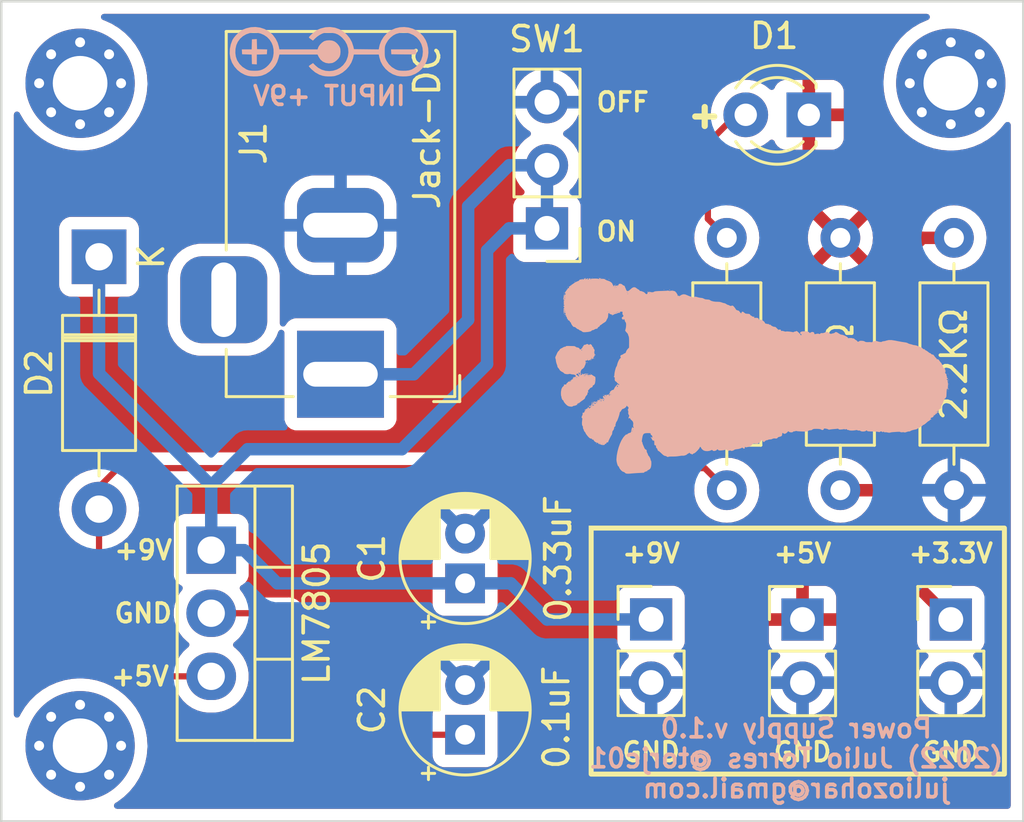
<source format=kicad_pcb>
(kicad_pcb (version 20211014) (generator pcbnew)
  (layers (0 "F.Cu" signal) (31 "B.Cu" signal) (34 "B.Paste" user) (35 "F.Paste" user) (36 "B.SilkS" user "B.Silkscreen") (37 "F.SilkS" user "F.Silkscreen") (38 "B.Mask" user) (39 "F.Mask" user) (44 "Edge.Cuts" user))
  (net 0 "")
  (net 1 "+9V")
  (net 2 "GND")
  (net 3 "Net-(C2-Pad1)")
  (net 4 "Net-(D1-Pad2)")
  (net 5 "+5V")
  (net 6 "+3.3V")
  (net 7 "Net-(D2-Pad2)")
  (footprint "Connector_BarrelJack:BarrelJack_Horizontal" (layer "F.Cu") (at 107.6375 101.631 -90)
    (fp_text reference "J1" (at -9.302 3.4975 90) (layer "F.SilkS"))
    (fp_text value "Jack-DC" (at -9.937 -3.4875 90) (layer "F.SilkS"))
    (pad "1" thru_hole rect (at 0 0 270) (size 3.5 3.5) (drill oval 1 3) (layers *.Cu *.Mask) (net 1 "+9V"))
    (pad "2" thru_hole roundrect (at -6 0 270) (size 3 3.5) (drill oval 1 3) (layers *.Cu *.Mask) (net 2 "GND"))
    (pad "3" thru_hole roundrect (at -3 4.7 270) (size 3.5 3.5) (drill oval 3 1) (layers *.Cu *.Mask))
  )
  (footprint "Connector_PinHeader_2.54mm:PinHeader_1x02_P2.54mm_Vertical" (layer "F.Cu") (at 132.207 111.506)
    (fp_text reference "J4" hide)
    (fp_text value "Conn_01x02_Female" hide)
    (pad "1" thru_hole rect (at 0 0) (size 1.7 1.7) (drill 1) (layers *.Cu *.Mask) (net 6 "+3.3V"))
    (pad "2" thru_hole oval (at 0 2.54) (size 1.7 1.7) (drill 1) (layers *.Cu *.Mask) (net 2 "GND"))
  )
  (footprint "Resistor_THT:R_Axial_DIN0207_L6.3mm_D2.5mm_P10.16mm_Horizontal" (layer "F.Cu") (at 132.334 96.139 -90)
    (fp_text reference "R3" (at 5.08 2.286 90) (layer "F.SilkS"))
    (fp_text value "2.2KΩ" (at 5.08 0 90) (layer "F.SilkS"))
    (pad "1" thru_hole circle (at 0 0 270) (size 1.6 1.6) (drill 0.8) (layers *.Cu *.Mask) (net 6 "+3.3V"))
    (pad "2" thru_hole oval (at 10.16 0 270) (size 1.6 1.6) (drill 0.8) (layers *.Cu *.Mask) (net 2 "GND"))
  )
  (footprint "MountingHole:MountingHole_2.2mm_M2_Pad_Via" (layer "F.Cu") (at 97.155 89.916)
    (fp_text reference "H1" hide)
    (fp_text value "MountingHole" hide)
    (pad "1" thru_hole circle (at 1.166726 1.166726) (size 0.7 0.7) (drill 0.4) (layers *.Cu *.Mask))
    (pad "1" thru_hole circle (at -1.166726 1.166726) (size 0.7 0.7) (drill 0.4) (layers *.Cu *.Mask))
    (pad "1" thru_hole circle (at -1.166726 -1.166726) (size 0.7 0.7) (drill 0.4) (layers *.Cu *.Mask))
    (pad "1" thru_hole circle (at 1.166726 -1.166726) (size 0.7 0.7) (drill 0.4) (layers *.Cu *.Mask))
    (pad "1" thru_hole circle (at 0 -1.65) (size 0.7 0.7) (drill 0.4) (layers *.Cu *.Mask))
    (pad "1" thru_hole circle (at 1.65 0) (size 0.7 0.7) (drill 0.4) (layers *.Cu *.Mask))
    (pad "1" thru_hole circle (at -1.65 0) (size 0.7 0.7) (drill 0.4) (layers *.Cu *.Mask))
    (pad "1" thru_hole circle (at 0 0) (size 4.4 4.4) (drill 2.2) (layers *.Cu *.Mask))
    (pad "1" thru_hole circle (at 0 1.65) (size 0.7 0.7) (drill 0.4) (layers *.Cu *.Mask))
  )
  (footprint "Package_TO_SOT_THT:TO-220-3_Vertical" (layer "F.Cu") (at 102.433 108.712 -90)
    (fp_text reference "U1" hide)
    (fp_text value "LM7805" (at 2.54 -4.247 90) (layer "F.SilkS"))
    (pad "1" thru_hole rect (at 0 0 270) (size 1.905 2) (drill 1.1) (layers *.Cu *.Mask) (net 1 "+9V"))
    (pad "2" thru_hole oval (at 2.54 0 270) (size 1.905 2) (drill 1.1) (layers *.Cu *.Mask) (net 3 "Net-(C2-Pad1)"))
    (pad "3" thru_hole oval (at 5.08 0 270) (size 1.905 2) (drill 1.1) (layers *.Cu *.Mask) (net 7 "Net-(D2-Pad2)"))
  )
  (footprint "Capacitor_THT:CP_Radial_D5.0mm_P2.00mm" (layer "F.Cu") (at 112.654 110.048113 90)
    (fp_text reference "C1" (at 1 -3.75 90) (layer "F.SilkS"))
    (fp_text value "0.33uF" (at 1 3.75 90) (layer "F.SilkS"))
    (pad "1" thru_hole rect (at 0 0 90) (size 1.6 1.6) (drill 0.8) (layers *.Cu *.Mask) (net 1 "+9V"))
    (pad "2" thru_hole circle (at 2 0 90) (size 1.6 1.6) (drill 0.8) (layers *.Cu *.Mask) (net 2 "GND"))
  )
  (footprint "Connector_PinHeader_2.54mm:PinHeader_1x02_P2.54mm_Vertical" (layer "F.Cu") (at 126.238 111.506)
    (fp_text reference "J3" hide)
    (fp_text value "Conn_01x02_Female" hide)
    (pad "1" thru_hole rect (at 0 0) (size 1.7 1.7) (drill 1) (layers *.Cu *.Mask) (net 5 "+5V"))
    (pad "2" thru_hole oval (at 0 2.54) (size 1.7 1.7) (drill 1) (layers *.Cu *.Mask) (net 2 "GND"))
  )
  (footprint "MountingHole:MountingHole_2.2mm_M2_Pad_Via" (layer "F.Cu") (at 97.155 116.586)
    (fp_text reference "H3" hide)
    (fp_text value "MountingHole" hide)
    (pad "1" thru_hole circle (at 1.166726 1.166726) (size 0.7 0.7) (drill 0.4) (layers *.Cu *.Mask))
    (pad "1" thru_hole circle (at 1.65 0) (size 0.7 0.7) (drill 0.4) (layers *.Cu *.Mask))
    (pad "1" thru_hole circle (at 1.166726 -1.166726) (size 0.7 0.7) (drill 0.4) (layers *.Cu *.Mask))
    (pad "1" thru_hole circle (at -1.166726 1.166726) (size 0.7 0.7) (drill 0.4) (layers *.Cu *.Mask))
    (pad "1" thru_hole circle (at 0 -1.65) (size 0.7 0.7) (drill 0.4) (layers *.Cu *.Mask))
    (pad "1" thru_hole circle (at 0 1.65) (size 0.7 0.7) (drill 0.4) (layers *.Cu *.Mask))
    (pad "1" thru_hole circle (at 0 0) (size 4.4 4.4) (drill 2.2) (layers *.Cu *.Mask))
    (pad "1" thru_hole circle (at -1.166726 -1.166726) (size 0.7 0.7) (drill 0.4) (layers *.Cu *.Mask))
    (pad "1" thru_hole circle (at -1.65 0) (size 0.7 0.7) (drill 0.4) (layers *.Cu *.Mask))
  )
  (footprint "MountingHole:MountingHole_2.2mm_M2_Pad_Via" (layer "F.Cu") (at 132.207 89.916)
    (fp_text reference "H2" hide)
    (fp_text value "MountingHole" hide)
    (pad "1" thru_hole circle (at 1.166726 -1.166726) (size 0.7 0.7) (drill 0.4) (layers *.Cu *.Mask))
    (pad "1" thru_hole circle (at 0 0) (size 4.4 4.4) (drill 2.2) (layers *.Cu *.Mask))
    (pad "1" thru_hole circle (at -1.166726 -1.166726) (size 0.7 0.7) (drill 0.4) (layers *.Cu *.Mask))
    (pad "1" thru_hole circle (at 0 -1.65) (size 0.7 0.7) (drill 0.4) (layers *.Cu *.Mask))
    (pad "1" thru_hole circle (at 1.65 0) (size 0.7 0.7) (drill 0.4) (layers *.Cu *.Mask))
    (pad "1" thru_hole circle (at -1.166726 1.166726) (size 0.7 0.7) (drill 0.4) (layers *.Cu *.Mask))
    (pad "1" thru_hole circle (at -1.65 0) (size 0.7 0.7) (drill 0.4) (layers *.Cu *.Mask))
    (pad "1" thru_hole circle (at 1.166726 1.166726) (size 0.7 0.7) (drill 0.4) (layers *.Cu *.Mask))
    (pad "1" thru_hole circle (at 0 1.65) (size 0.7 0.7) (drill 0.4) (layers *.Cu *.Mask))
  )
  (footprint "Connector_PinHeader_2.54mm:PinHeader_1x03_P2.54mm_Vertical" (layer "F.Cu") (at 115.951 95.758 180)
    (fp_text reference "SW1" (at 0 7.62) (layer "F.SilkS"))
    (fp_text value "SW_SPDT" hide)
    (pad "1" thru_hole rect (at 0 0 180) (size 1.7 1.7) (drill 1) (layers *.Cu *.Mask) (net 1 "+9V"))
    (pad "2" thru_hole oval (at 0 2.54 180) (size 1.7 1.7) (drill 1) (layers *.Cu *.Mask) (net 1 "+9V"))
    (pad "3" thru_hole oval (at 0 5.08 180) (size 1.7 1.7) (drill 1) (layers *.Cu *.Mask) (net 2 "GND"))
  )
  (footprint "Connector_PinHeader_2.54mm:PinHeader_1x02_P2.54mm_Vertical" (layer "F.Cu") (at 120.142 111.501)
    (fp_text reference "J2" hide)
    (fp_text value "Conn_01x02_Female" hide)
    (pad "1" thru_hole rect (at 0 0) (size 1.7 1.7) (drill 1) (layers *.Cu *.Mask) (net 1 "+9V"))
    (pad "2" thru_hole oval (at 0 2.54) (size 1.7 1.7) (drill 1) (layers *.Cu *.Mask) (net 2 "GND"))
  )
  (footprint "Resistor_THT:R_Axial_DIN0207_L6.3mm_D2.5mm_P10.16mm_Horizontal" (layer "F.Cu") (at 123.19 106.299 90)
    (fp_text reference "R1" (at 5.08 -2.37 90) (layer "F.SilkS"))
    (fp_text value "220Ω" (at 5.08 0 90) (layer "F.SilkS"))
    (pad "1" thru_hole circle (at 0 0 90) (size 1.6 1.6) (drill 0.8) (layers *.Cu *.Mask) (net 7 "Net-(D2-Pad2)"))
    (pad "2" thru_hole oval (at 10.16 0 90) (size 1.6 1.6) (drill 0.8) (layers *.Cu *.Mask) (net 4 "Net-(D1-Pad2)"))
  )
  (footprint "Diode_THT:D_DO-41_SOD81_P10.16mm_Horizontal" (layer "F.Cu") (at 97.917 96.901 -90)
    (fp_text reference "D2" (at 4.699 2.413 90) (layer "F.SilkS"))
    (fp_text value "1N4001")
    (fp_text user "K" (at 0 -2.1 90) (layer "F.SilkS"))
    (pad "1" thru_hole rect (at 0 0 270) (size 2.2 2.2) (drill 1.1) (layers *.Cu *.Mask) (net 1 "+9V"))
    (pad "2" thru_hole oval (at 10.16 0 270) (size 2.2 2.2) (drill 1.1) (layers *.Cu *.Mask) (net 7 "Net-(D2-Pad2)"))
  )
  (footprint "Resistor_THT:R_Axial_DIN0207_L6.3mm_D2.5mm_P10.16mm_Horizontal" (layer "F.Cu") (at 127.762 96.139 -90)
    (fp_text reference "R2" (at 5.08 2.286 -90) (layer "F.SilkS"))
    (fp_text value "1KΩ" (at 4.953 0 90) (layer "F.SilkS"))
    (pad "1" thru_hole circle (at 0 0 270) (size 1.6 1.6) (drill 0.8) (layers *.Cu *.Mask) (net 5 "+5V"))
    (pad "2" thru_hole oval (at 10.16 0 270) (size 1.6 1.6) (drill 0.8) (layers *.Cu *.Mask) (net 6 "+3.3V"))
  )
  (footprint "LED_THT:LED_D3.0mm" (layer "F.Cu") (at 126.492 91.186 180)
    (fp_text reference "D1" (at 1.397 3.175) (layer "F.SilkS"))
    (fp_text value "LED")
    (pad "1" thru_hole rect (at 0 0 180) (size 1.8 1.8) (drill 0.9) (layers *.Cu *.Mask) (net 5 "+5V"))
    (pad "2" thru_hole circle (at 2.54 0 180) (size 1.8 1.8) (drill 0.9) (layers *.Cu *.Mask) (net 4 "Net-(D1-Pad2)"))
  )
  (footprint "Capacitor_THT:CP_Radial_D5.0mm_P2.00mm" (layer "F.Cu") (at 112.654 116.144113 90)
    (fp_text reference "C2" (at 1 -3.75 90) (layer "F.SilkS"))
    (fp_text value "0.1uF" (at 0.701113 3.678 90) (layer "F.SilkS"))
    (pad "1" thru_hole rect (at 0 0 90) (size 1.6 1.6) (drill 0.8) (layers *.Cu *.Mask) (net 3 "Net-(C2-Pad1)"))
    (pad "2" thru_hole circle (at 2 0 90) (size 1.6 1.6) (drill 0.8) (layers *.Cu *.Mask) (net 2 "GND"))
  )
  (footprint "LOGO" (layer "B.Cu") (at 107.188 88.646 180)
    (fp_text reference "G***" hide)
    (fp_text value "LOGO" hide)
  )
  (footprint "LOGO" (layer "B.Cu") (at 124.206 101.727 -90)
    (fp_text reference "G***" hide)
    (fp_text value "LOGO" hide)
  )
  (gr_rect (start 117.729 107.823) (end 134.366 117.729) (layer "F.SilkS") (width 0.2) (fill none))
  (gr_line (start 135.128 119.634) (end 135.128 86.614) (layer "Edge.Cuts") (width 0.1))
  (gr_line (start 93.98 86.995) (end 93.98 119.634) (layer "Edge.Cuts") (width 0.1))
  (gr_line (start 135.128 86.614) (end 93.98 86.614) (layer "Edge.Cuts") (width 0.1))
  (gr_line (start 93.98 119.634) (end 135.128 119.634) (layer "Edge.Cuts") (width 0.1))
  (gr_line (start 93.98 86.614) (end 93.98 86.995) (layer "Edge.Cuts") (width 0.1))
  (gr_text "Power Supply v.1.0\n(2022) Julio Torres @torjc01\njuliozohar@gmail.com" (at 125.984 117.094) (layer "B.SilkS") (effects (font (size 0.75 0.75)) (justify mirror)))
  (gr_text "INPUT +9V\n" (at 107.188 90.424) (layer "B.SilkS") (effects (font (size 0.75 0.75)) (justify mirror)))
  (gr_text "+" (at 122.301 91.186) (layer "F.SilkS") (effects (font (size 1 1) (thickness 0.25))))
  (gr_text "GND" (at 120.142 116.84) (layer "F.SilkS") (effects (font (size 0.75 0.75))))
  (gr_text "GND" (at 132.207 116.84) (layer "F.SilkS") (effects (font (size 0.75 0.75))))
  (gr_text "+5V" (at 126.238 108.839) (layer "F.SilkS") (effects (font (size 0.75 0.75))))
  (gr_text "+9V" (at 120.142 108.839) (layer "F.SilkS") (effects (font (size 0.75 0.75))))
  (gr_text "+3.3V" (at 132.207 108.839) (layer "F.SilkS") (effects (font (size 0.75 0.75))))
  (gr_text "ON" (at 118.745 95.885) (layer "F.SilkS") (effects (font (size 0.75 0.75))))
  (gr_text "GND" (at 126.238 116.84) (layer "F.SilkS") (effects (font (size 0.75 0.75))))
  (gr_text "GND" (at 99.695 111.252) (layer "F.SilkS") (effects (font (size 0.75 0.75))))
  (gr_text "+9V" (at 99.695 108.712) (layer "F.SilkS") (effects (font (size 0.75 0.75))))
  (gr_text "OFF" (at 118.999 90.678) (layer "F.SilkS") (effects (font (size 0.75 0.75))))
  (gr_text "+5V" (at 99.568 113.792) (layer "F.SilkS") (effects (font (size 0.75 0.75))))
  (segment (start 115.951 111.506) (end 115.956 111.501) (width 0.25) (layer "B.Cu") (net 1))
  (segment (start 97.917 96.901) (end 97.917 101.6) (width 0.5) (layer "B.Cu") (net 1))
  (segment (start 97.917 101.6) (end 102.433 106.116) (width 0.5) (layer "B.Cu") (net 1))
  (segment (start 102.433 106.116) (end 103.901 104.648) (width 0.5) (layer "B.Cu") (net 1))
  (segment (start 115.951 95.758) (end 115.951 93.218) (width 0.5) (layer "B.Cu") (net 1))
  (segment (start 112.654 110.048113) (end 114.493113 110.048113) (width 0.5) (layer "B.Cu") (net 1))
  (segment (start 110.586 101.631) (end 112.776 99.441) (width 0.5) (layer "B.Cu") (net 1))
  (segment (start 114.493113 110.048113) (end 115.951 111.506) (width 0.5) (layer "B.Cu") (net 1))
  (segment (start 103.759 108.712) (end 105.095113 110.048113) (width 0.5) (layer "B.Cu") (net 1))
  (segment (start 102.433 106.116) (end 102.433 108.712) (width 0.5) (layer "B.Cu") (net 1))
  (segment (start 114.427 95.758) (end 113.538 96.647) (width 0.5) (layer "B.Cu") (net 1))
  (segment (start 112.776 94.869) (end 114.427 93.218) (width 0.5) (layer "B.Cu") (net 1))
  (segment (start 114.427 93.218) (end 115.951 93.218) (width 0.5) (layer "B.Cu") (net 1))
  (segment (start 115.956 111.501) (end 120.142 111.501) (width 0.5) (layer "B.Cu") (net 1))
  (segment (start 113.538 101.219) (end 110.109 104.648) (width 0.5) (layer "B.Cu") (net 1))
  (segment (start 113.538 96.647) (end 113.538 101.219) (width 0.5) (layer "B.Cu") (net 1))
  (segment (start 115.951 95.758) (end 114.427 95.758) (width 0.5) (layer "B.Cu") (net 1))
  (segment (start 102.433 108.712) (end 103.759 108.712) (width 0.5) (layer "B.Cu") (net 1))
  (segment (start 112.776 99.441) (end 112.776 94.869) (width 0.5) (layer "B.Cu") (net 1))
  (segment (start 103.901 104.648) (end 110.109 104.648) (width 0.5) (layer "B.Cu") (net 1))
  (segment (start 105.095113 110.048113) (end 112.654 110.048113) (width 0.5) (layer "B.Cu") (net 1))
  (segment (start 107.6375 101.631) (end 110.586 101.631) (width 0.5) (layer "B.Cu") (net 1))
  (segment (start 106.807 112.522) (end 106.807 115.57) (width 0.25) (layer "F.Cu") (net 3))
  (segment (start 105.537 111.252) (end 106.807 112.522) (width 0.25) (layer "F.Cu") (net 3))
  (segment (start 107.381113 116.144113) (end 112.654 116.144113) (width 0.25) (layer "F.Cu") (net 3))
  (segment (start 102.433 111.252) (end 105.537 111.252) (width 0.25) (layer "F.Cu") (net 3))
  (segment (start 106.807 115.57) (end 107.381113 116.144113) (width 0.25) (layer "F.Cu") (net 3))
  (segment (start 123.952 91.186) (end 123.571 91.186) (width 0.25) (layer "F.Cu") (net 4))
  (segment (start 123.571 91.186) (end 122.428 92.329) (width 0.25) (layer "F.Cu") (net 4))
  (segment (start 122.428 92.329) (end 122.428 95.377) (width 0.25) (layer "F.Cu") (net 4))
  (segment (start 122.428 95.377) (end 123.19 96.139) (width 0.25) (layer "F.Cu") (net 4))
  (segment (start 130.175 104.902) (end 130.175 105.283) (width 0.5) (layer "F.Cu") (net 6))
  (segment (start 130.175 109.474) (end 132.207 111.506) (width 0.5) (layer "F.Cu") (net 6))
  (segment (start 129.159 106.299) (end 127.762 106.299) (width 0.5) (layer "F.Cu") (net 6))
  (segment (start 131.064 96.139) (end 130.175 97.028) (width 0.5) (layer "F.Cu") (net 6))
  (segment (start 130.175 97.028) (end 130.175 104.902) (width 0.5) (layer "F.Cu") (net 6))
  (segment (start 130.175 105.283) (end 129.159 106.299) (width 0.5) (layer "F.Cu") (net 6))
  (segment (start 132.334 96.139) (end 131.064 96.139) (width 0.5) (layer "F.Cu") (net 6))
  (segment (start 130.175 105.283) (end 130.175 109.474) (width 0.5) (layer "F.Cu") (net 6))
  (segment (start 122.301 105.41) (end 123.19 106.299) (width 0.25) (layer "F.Cu") (net 7))
  (segment (start 97.917 111.633) (end 100.076 113.792) (width 0.25) (layer "F.Cu") (net 7))
  (segment (start 97.917 107.061) (end 97.917 111.633) (width 0.25) (layer "F.Cu") (net 7))
  (segment (start 98.679 105.41) (end 122.301 105.41) (width 0.25) (layer "F.Cu") (net 7))
  (segment (start 100.076 113.792) (end 102.433 113.792) (width 0.25) (layer "F.Cu") (net 7))
  (segment (start 97.917 106.172) (end 97.917 107.061) (width 0.25) (layer "F.Cu") (net 7))
  (segment (start 98.679 105.41) (end 97.917 106.172) (width 0.25) (layer "F.Cu") (net 7))
  (zone (net 5) (net_name "+5V") (layer "F.Cu") (connect_pads (clearance 0.508)) (min_thickness 0.254) (fill yes (thermal_gap 0.508) (thermal_bridge_width 0.508))
    (polygon (pts (xy 135.128 119.634) (xy 93.98 119.634) (xy 93.98 86.614) (xy 135.128 86.614)))
  )
  (zone (net 2) (net_name "GND") (layer "B.Cu") (connect_pads (clearance 0.508)) (min_thickness 0.254) (fill yes (thermal_gap 0.508) (thermal_bridge_width 0.508))
    (polygon (pts (xy 135.128 119.634) (xy 93.98 119.634) (xy 93.98 86.614) (xy 135.128 86.614)))
  )
)
</source>
